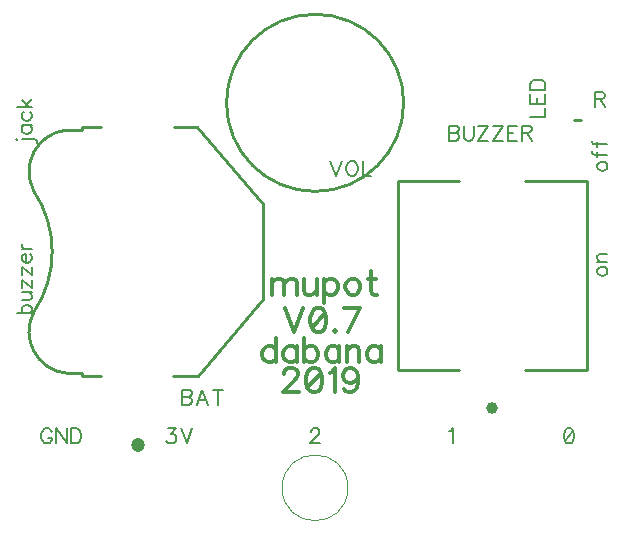
<source format=gbr>
G04 DipTrace 3.3.1.1*
G04 TopSilk.gbr*
%MOIN*%
G04 #@! TF.FileFunction,Legend,Top*
G04 #@! TF.Part,Single*
%ADD10C,0.009843*%
%ADD15C,0.003937*%
%ADD18C,0.047295*%
%ADD23C,0.03937*%
%ADD68C,0.00772*%
%ADD69C,0.012351*%
%FSLAX26Y26*%
G04*
G70*
G90*
G75*
G01*
G04 TopSilk*
%LPD*%
X2260827Y1856152D2*
D10*
X2284449D1*
X684389Y1001993D2*
X619222D1*
Y1011800D2*
X570055D1*
X619222Y1001993D2*
Y1011800D1*
X684389Y1832649D2*
X619222D1*
D18*
X806606Y771658D3*
X460715Y1216598D2*
D10*
G03X460715Y1618171I-302813J200787D01*
G01*
X619222Y1822842D2*
X570055D1*
X619222D2*
Y1832649D1*
X1007491Y1001993D2*
X1224452Y1259902D1*
Y1574741D1*
X924920Y1001993D2*
X1007491D1*
X1224452Y1574741D2*
X1005461Y1832649D1*
X926871D2*
X1005461D1*
X570991Y1011800D2*
G02X460715Y1216598I12274J138698D01*
G01*
X570991Y1822842D2*
G03X460715Y1618171I12191J-138612D01*
G01*
D23*
X1988220Y895651D3*
X1673228Y1653509D2*
D10*
X1877953D1*
X1673228Y1023589D2*
X1877953D1*
X2098425D2*
X2303150D1*
X2098425Y1653509D2*
X2303150D1*
X1673228Y1023589D2*
Y1653509D1*
X2303150Y1023589D2*
Y1653509D1*
X1102387Y1913391D2*
G02X1102387Y1913391I295250J0D01*
G01*
X1288189Y629923D2*
D15*
G02X1288189Y629923I109449J0D01*
G01*
X2114916Y1866976D2*
D68*
X2165156D1*
Y1895661D1*
X2114916Y1942162D2*
Y1911101D1*
X2165156Y1911100D1*
Y1942162D1*
X2138848Y1911101D2*
Y1930224D1*
X2114916Y1957601D2*
X2165156D1*
Y1974348D1*
X2162724Y1981533D1*
X2157971Y1986341D1*
X2153163Y1988718D1*
X2146033Y1991095D1*
X2134039D1*
X2126854Y1988718D1*
X2122101Y1986341D1*
X2117293Y1981533D1*
X2114916Y1974348D1*
Y1957601D1*
X520183Y816207D2*
X517807Y820961D1*
X512998Y825769D1*
X508245Y828146D1*
X498684D1*
X493875Y825769D1*
X489122Y820961D1*
X486690Y816207D1*
X484314Y809022D1*
Y797029D1*
X486690Y789899D1*
X489122Y785091D1*
X493875Y780338D1*
X498684Y777906D1*
X508245D1*
X512998Y780338D1*
X517807Y785091D1*
X520183Y789899D1*
Y797029D1*
X508245D1*
X569116Y828146D2*
Y777906D1*
X535623Y828146D1*
Y777906D1*
X584555Y828146D2*
Y777906D1*
X601302D1*
X608487Y780338D1*
X613295Y785091D1*
X615672Y789899D1*
X618049Y797029D1*
Y809022D1*
X615672Y816207D1*
X613295Y820961D1*
X608487Y825769D1*
X601302Y828146D1*
X584555D1*
X906101Y828090D2*
X932354D1*
X918039Y808967D1*
X925224D1*
X929977Y806591D1*
X932354Y804214D1*
X934786Y797029D1*
Y792276D1*
X932354Y785091D1*
X927601Y780282D1*
X920416Y777906D1*
X913231D1*
X906101Y780282D1*
X903724Y782714D1*
X901292Y787467D1*
X950225Y828146D2*
X969348Y777906D1*
X988471Y828146D1*
X1383323Y816152D2*
Y818529D1*
X1385700Y823337D1*
X1388076Y825714D1*
X1392885Y828090D1*
X1402446D1*
X1407199Y825714D1*
X1409576Y823337D1*
X1412008Y818529D1*
Y813776D1*
X1409576Y808967D1*
X1404823Y801837D1*
X1380891Y777906D1*
X1414384D1*
X1844397Y818529D2*
X1849205Y820961D1*
X1856390Y828090D1*
Y777906D1*
X2241718Y828090D2*
X2234533Y825714D1*
X2229724Y818529D1*
X2227348Y806591D1*
Y799405D1*
X2229724Y787467D1*
X2234533Y780282D1*
X2241718Y777906D1*
X2246471D1*
X2253656Y780282D1*
X2258409Y787467D1*
X2260841Y799405D1*
Y806591D1*
X2258409Y818529D1*
X2253656Y825714D1*
X2246471Y828090D1*
X2241718D1*
X2258409Y818529D2*
X2229724Y787467D1*
X953655Y957378D2*
Y907138D1*
X975210D1*
X982396Y909570D1*
X984772Y911946D1*
X987149Y916700D1*
Y923885D1*
X984772Y928693D1*
X982396Y931070D1*
X975210Y933446D1*
X982396Y935878D1*
X984772Y938255D1*
X987149Y943008D1*
Y947816D1*
X984772Y952569D1*
X982396Y955001D1*
X975210Y957378D1*
X953655D1*
Y933446D2*
X975210D1*
X1040890Y907138D2*
X1021711Y957378D1*
X1002588Y907138D1*
X1009773Y923885D2*
X1033705D1*
X1073076Y957378D2*
Y907138D1*
X1056329Y957378D2*
X1089822D1*
X1844077Y1837693D2*
Y1787453D1*
X1865633D1*
X1872818Y1789885D1*
X1875194Y1792261D1*
X1877571Y1797015D1*
Y1804200D1*
X1875194Y1809008D1*
X1872818Y1811385D1*
X1865633Y1813761D1*
X1872818Y1816193D1*
X1875194Y1818570D1*
X1877571Y1823323D1*
Y1828131D1*
X1875194Y1832884D1*
X1872818Y1835316D1*
X1865633Y1837693D1*
X1844077D1*
Y1813761D2*
X1865633D1*
X1893010Y1837693D2*
Y1801823D1*
X1895387Y1794638D1*
X1900195Y1789885D1*
X1907380Y1787453D1*
X1912133D1*
X1919318Y1789885D1*
X1924127Y1794638D1*
X1926503Y1801823D1*
Y1837693D1*
X1941943D2*
X1975436D1*
X1941943Y1787453D1*
X1975436D1*
X1990875Y1837693D2*
X2024369D1*
X1990875Y1787453D1*
X2024369D1*
X2070869Y1837693D2*
X2039808D1*
Y1787453D1*
X2070869D1*
X2039808Y1813761D2*
X2058931D1*
X2086308D2*
X2107808D1*
X2114993Y1816193D1*
X2117425Y1818570D1*
X2119802Y1823323D1*
Y1828131D1*
X2117425Y1832884D1*
X2114993Y1835316D1*
X2107808Y1837693D1*
X2086308D1*
Y1787453D1*
X2103055Y1813761D2*
X2119802Y1787453D1*
X2330890Y1925671D2*
X2352390D1*
X2359575Y1928102D1*
X2362007Y1930479D1*
X2364383Y1935232D1*
Y1940041D1*
X2362007Y1944794D1*
X2359575Y1947226D1*
X2352390Y1949602D1*
X2330890D1*
Y1899362D1*
X2347636Y1925671D2*
X2364383Y1899362D1*
X1448360Y1719386D2*
X1467484Y1669146D1*
X1486607Y1719386D1*
X1516416D2*
X1511608Y1717009D1*
X1506854Y1712201D1*
X1504423Y1707448D1*
X1502046Y1700263D1*
Y1688269D1*
X1504423Y1681139D1*
X1506854Y1676331D1*
X1511608Y1671578D1*
X1516416Y1669146D1*
X1525978D1*
X1530731Y1671578D1*
X1535539Y1676331D1*
X1537916Y1681139D1*
X1540293Y1688269D1*
Y1700263D1*
X1537916Y1707448D1*
X1535539Y1712201D1*
X1530731Y1717009D1*
X1525978Y1719386D1*
X1516416D1*
X1555732D2*
Y1669146D1*
X1584417D1*
X1252345Y1327464D2*
D69*
Y1273874D1*
Y1312165D2*
X1263841Y1323661D1*
X1271535Y1327464D1*
X1282942D1*
X1290636Y1323661D1*
X1294438Y1312165D1*
Y1273874D1*
Y1312165D2*
X1305934Y1323661D1*
X1313628Y1327464D1*
X1325035D1*
X1332729Y1323661D1*
X1336620Y1312165D1*
Y1273874D1*
X1361323Y1327464D2*
Y1289173D1*
X1365125Y1277765D1*
X1372819Y1273874D1*
X1384315D1*
X1391920Y1277765D1*
X1403416Y1289173D1*
Y1327464D2*
Y1273874D1*
X1428119Y1327464D2*
Y1247080D1*
Y1315968D2*
X1435812Y1323573D1*
X1443417Y1327464D1*
X1454914D1*
X1462607Y1323573D1*
X1470212Y1315968D1*
X1474103Y1304472D1*
Y1296778D1*
X1470212Y1285371D1*
X1462607Y1277677D1*
X1454914Y1273874D1*
X1443417D1*
X1435812Y1277677D1*
X1428119Y1285371D1*
X1517907Y1327464D2*
X1510302Y1323661D1*
X1502608Y1315968D1*
X1498806Y1304472D1*
Y1296867D1*
X1502608Y1285371D1*
X1510302Y1277765D1*
X1517907Y1273874D1*
X1529403D1*
X1537097Y1277765D1*
X1544702Y1285371D1*
X1548593Y1296867D1*
Y1304472D1*
X1544702Y1315968D1*
X1537097Y1323661D1*
X1529403Y1327464D1*
X1517907D1*
X1584792Y1354258D2*
Y1289173D1*
X1588594Y1277765D1*
X1596288Y1273874D1*
X1603893D1*
X1573295Y1327464D2*
X1600090D1*
X1296096Y1229257D2*
X1326693Y1148873D1*
X1357290Y1229257D1*
X1404985Y1229169D2*
X1393489Y1225366D1*
X1385795Y1213870D1*
X1381993Y1194769D1*
Y1183273D1*
X1385795Y1164172D1*
X1393489Y1152676D1*
X1404985Y1148873D1*
X1412590D1*
X1424086Y1152676D1*
X1431691Y1164172D1*
X1435582Y1183273D1*
Y1194769D1*
X1431691Y1213870D1*
X1424086Y1225366D1*
X1412590Y1229169D1*
X1404985D1*
X1431691Y1213870D2*
X1385795Y1164172D1*
X1464088Y1156567D2*
X1460285Y1152676D1*
X1464088Y1148873D1*
X1467979Y1152676D1*
X1464088Y1156567D1*
X1507980Y1148873D2*
X1546271Y1229169D1*
X1492681D1*
X1266991Y1129258D2*
Y1048874D1*
Y1090968D2*
X1259386Y1098661D1*
X1251693Y1102464D1*
X1240197D1*
X1232592Y1098661D1*
X1224898Y1090968D1*
X1221096Y1079472D1*
Y1071867D1*
X1224898Y1060371D1*
X1232592Y1052765D1*
X1240197Y1048874D1*
X1251693D1*
X1259386Y1052765D1*
X1266991Y1060371D1*
X1337590Y1102464D2*
Y1048874D1*
Y1090968D2*
X1329985Y1098661D1*
X1322291Y1102464D1*
X1310884D1*
X1303190Y1098661D1*
X1295585Y1090968D1*
X1291694Y1079472D1*
Y1071867D1*
X1295585Y1060371D1*
X1303190Y1052765D1*
X1310884Y1048874D1*
X1322291D1*
X1329985Y1052765D1*
X1337590Y1060371D1*
X1362293Y1129258D2*
Y1048874D1*
Y1090968D2*
X1369986Y1098661D1*
X1377591Y1102464D1*
X1389088D1*
X1396693Y1098661D1*
X1404386Y1090968D1*
X1408189Y1079472D1*
Y1071867D1*
X1404386Y1060371D1*
X1396693Y1052765D1*
X1389088Y1048874D1*
X1377591D1*
X1369986Y1052765D1*
X1362293Y1060371D1*
X1478787Y1102464D2*
Y1048874D1*
Y1090968D2*
X1471182Y1098661D1*
X1463489Y1102464D1*
X1452081D1*
X1444388Y1098661D1*
X1436782Y1090968D1*
X1432891Y1079472D1*
Y1071867D1*
X1436782Y1060371D1*
X1444388Y1052765D1*
X1452081Y1048874D1*
X1463489D1*
X1471182Y1052765D1*
X1478787Y1060371D1*
X1503490Y1102464D2*
Y1048874D1*
Y1087165D2*
X1514986Y1098661D1*
X1522680Y1102464D1*
X1534087D1*
X1541781Y1098661D1*
X1545583Y1087165D1*
Y1048874D1*
X1616182Y1102464D2*
Y1048874D1*
Y1090968D2*
X1608577Y1098661D1*
X1600883Y1102464D1*
X1589476D1*
X1581782Y1098661D1*
X1574177Y1090968D1*
X1570286Y1079472D1*
Y1071867D1*
X1574177Y1060371D1*
X1581782Y1052765D1*
X1589476Y1048874D1*
X1600883D1*
X1608577Y1052765D1*
X1616182Y1060371D1*
X1293736Y1010069D2*
Y1013871D1*
X1297539Y1021565D1*
X1301341Y1025368D1*
X1309035Y1029170D1*
X1324333D1*
X1331938Y1025368D1*
X1335741Y1021565D1*
X1339632Y1013871D1*
Y1006266D1*
X1335741Y998573D1*
X1328136Y987165D1*
X1289845Y948874D1*
X1343434D1*
X1391129Y1029170D2*
X1379633Y1025368D1*
X1371940Y1013871D1*
X1368137Y994770D1*
Y983274D1*
X1371940Y964173D1*
X1379633Y952677D1*
X1391129Y948874D1*
X1398734D1*
X1410230Y952677D1*
X1417835Y964173D1*
X1421726Y983274D1*
Y994770D1*
X1417835Y1013871D1*
X1410230Y1025368D1*
X1398734Y1029170D1*
X1391129D1*
X1417835Y1013871D2*
X1371940Y964173D1*
X1446429Y1013871D2*
X1454123Y1017762D1*
X1465619Y1029170D1*
Y948874D1*
X1540108Y1002464D2*
X1536217Y990968D1*
X1528612Y983274D1*
X1517116Y979472D1*
X1513314D1*
X1501818Y983274D1*
X1494213Y990968D1*
X1490322Y1002464D1*
Y1006266D1*
X1494213Y1017762D1*
X1501818Y1025368D1*
X1513314Y1029170D1*
X1517116D1*
X1528612Y1025368D1*
X1536217Y1017762D1*
X1540108Y1002464D1*
Y983274D1*
X1536217Y964173D1*
X1528612Y952677D1*
X1517116Y948874D1*
X1509511D1*
X1498015Y952677D1*
X1494213Y960371D1*
X2338632Y1348251D2*
D68*
X2341008Y1343498D1*
X2345817Y1338689D1*
X2353002Y1336313D1*
X2357755D1*
X2364940Y1338689D1*
X2369693Y1343498D1*
X2372125Y1348251D1*
Y1355436D1*
X2369693Y1360244D1*
X2364940Y1364998D1*
X2357755Y1367429D1*
X2353002D1*
X2345817Y1364998D1*
X2341009Y1360244D1*
X2338632Y1355436D1*
Y1348251D1*
Y1382869D2*
X2372125D1*
X2348194D2*
X2341009Y1390054D1*
X2338632Y1394862D1*
Y1401992D1*
X2341009Y1406800D1*
X2348194Y1409177D1*
X2372125D1*
X2338632Y1698251D2*
X2341008Y1693498D1*
X2345817Y1688689D1*
X2353002Y1686313D1*
X2357755D1*
X2364940Y1688689D1*
X2369693Y1693498D1*
X2372125Y1698251D1*
Y1705436D1*
X2369693Y1710244D1*
X2364940Y1714998D1*
X2357755Y1717429D1*
X2353002D1*
X2345817Y1714998D1*
X2341009Y1710244D1*
X2338632Y1705436D1*
Y1698251D1*
X2321885Y1751992D2*
Y1747239D1*
X2324262Y1742430D1*
X2331447Y1740054D1*
X2372125D1*
X2338632Y1732869D2*
Y1749615D1*
X2321885Y1786554D2*
Y1781801D1*
X2324262Y1776993D1*
X2331447Y1774616D1*
X2372125D1*
X2338632Y1767431D2*
Y1784178D1*
X403079Y1789625D2*
X405456Y1792057D1*
X403079Y1794433D1*
X400703Y1792057D1*
X403079Y1789625D1*
X419826Y1792057D2*
X460504D1*
X467689Y1789625D1*
X470066Y1784872D1*
Y1780063D1*
X419881Y1838557D2*
X453375D1*
X427066D2*
X422258Y1833804D1*
X419881Y1828996D1*
Y1821866D1*
X422258Y1817058D1*
X427066Y1812304D1*
X434251Y1809873D1*
X439005D1*
X446190Y1812304D1*
X450943Y1817058D1*
X453375Y1821866D1*
Y1828996D1*
X450943Y1833804D1*
X446190Y1838557D1*
X427066Y1882737D2*
X422258Y1877928D1*
X419881Y1873120D1*
Y1865990D1*
X422258Y1861182D1*
X427066Y1856429D1*
X434251Y1853997D1*
X439005D1*
X446190Y1856429D1*
X450943Y1861182D1*
X453375Y1865990D1*
Y1873120D1*
X450943Y1877928D1*
X446190Y1882737D1*
X403135Y1898176D2*
X453375D1*
X419881Y1922108D2*
X443813Y1898176D1*
X434251Y1907738D2*
X453375Y1924484D1*
X403135Y1211313D2*
X453375D1*
X427066D2*
X422258Y1216121D1*
X419881Y1220874D1*
Y1228059D1*
X422258Y1232813D1*
X427066Y1237621D1*
X434251Y1239998D1*
X439005D1*
X446190Y1237621D1*
X450943Y1232812D1*
X453375Y1228059D1*
Y1220874D1*
X450943Y1216121D1*
X446190Y1211313D1*
X419881Y1255437D2*
X443813D1*
X450943Y1257813D1*
X453375Y1262622D1*
Y1269807D1*
X450943Y1274560D1*
X443813Y1281745D1*
X419881D2*
X453375D1*
X419881Y1297184D2*
Y1323493D1*
X453375Y1297184D1*
Y1323493D1*
X419881Y1338932D2*
Y1365240D1*
X453375Y1338932D1*
Y1365240D1*
X434251Y1380679D2*
Y1409364D1*
X429443D1*
X424634Y1406988D1*
X422258Y1404611D1*
X419881Y1399803D1*
Y1392618D1*
X422258Y1387864D1*
X427066Y1383056D1*
X434251Y1380679D1*
X439004D1*
X446190Y1383056D1*
X450943Y1387864D1*
X453375Y1392618D1*
Y1399803D1*
X450943Y1404611D1*
X446190Y1409364D1*
X419881Y1424803D2*
X453375D1*
X434251D2*
X427066Y1427235D1*
X422258Y1431989D1*
X419881Y1436797D1*
Y1443982D1*
M02*

</source>
